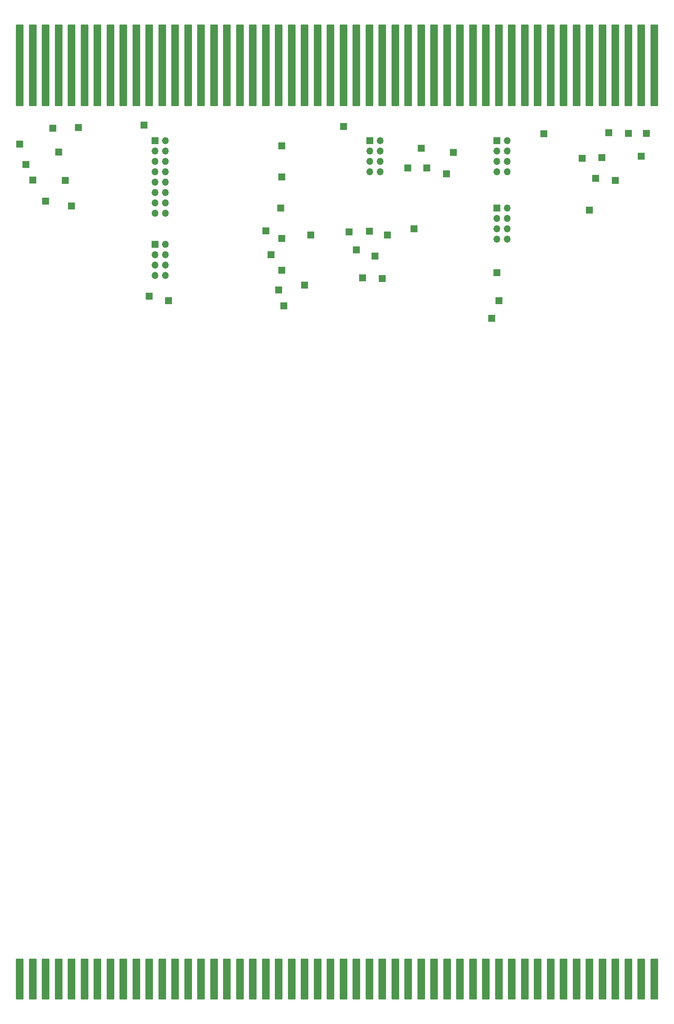
<source format=gbr>
%TF.GenerationSoftware,KiCad,Pcbnew,(6.0.9-0)*%
%TF.CreationDate,2023-01-29T21:50:32+01:00*%
%TF.ProjectId,Intellec8ExtenderBoard,496e7465-6c6c-4656-9338-457874656e64,rev?*%
%TF.SameCoordinates,Original*%
%TF.FileFunction,Soldermask,Top*%
%TF.FilePolarity,Negative*%
%FSLAX46Y46*%
G04 Gerber Fmt 4.6, Leading zero omitted, Abs format (unit mm)*
G04 Created by KiCad (PCBNEW (6.0.9-0)) date 2023-01-29 21:50:32*
%MOMM*%
%LPD*%
G01*
G04 APERTURE LIST*
G04 Aperture macros list*
%AMRoundRect*
0 Rectangle with rounded corners*
0 $1 Rounding radius*
0 $2 $3 $4 $5 $6 $7 $8 $9 X,Y pos of 4 corners*
0 Add a 4 corners polygon primitive as box body*
4,1,4,$2,$3,$4,$5,$6,$7,$8,$9,$2,$3,0*
0 Add four circle primitives for the rounded corners*
1,1,$1+$1,$2,$3*
1,1,$1+$1,$4,$5*
1,1,$1+$1,$6,$7*
1,1,$1+$1,$8,$9*
0 Add four rect primitives between the rounded corners*
20,1,$1+$1,$2,$3,$4,$5,0*
20,1,$1+$1,$4,$5,$6,$7,0*
20,1,$1+$1,$6,$7,$8,$9,0*
20,1,$1+$1,$8,$9,$2,$3,0*%
G04 Aperture macros list end*
%ADD10RoundRect,0.072000X0.828000X-4.928000X0.828000X4.928000X-0.828000X4.928000X-0.828000X-4.928000X0*%
%ADD11R,1.700000X1.700000*%
%ADD12O,1.700000X1.700000*%
%ADD13RoundRect,0.072000X0.828000X-9.928000X0.828000X9.928000X-0.828000X9.928000X-0.828000X-9.928000X0*%
G04 APERTURE END LIST*
D10*
%TO.C,J1*%
X105900000Y-331825000D03*
X109075000Y-331825000D03*
X112250000Y-331825000D03*
X115425000Y-331825000D03*
X118600000Y-331825000D03*
X121775000Y-331825000D03*
X124950000Y-331825000D03*
X128125000Y-331825000D03*
X131300000Y-331825000D03*
X134475000Y-331825000D03*
X137650000Y-331825000D03*
X140825000Y-331825000D03*
X144000000Y-331825000D03*
X147175000Y-331825000D03*
X150350000Y-331825000D03*
X153525000Y-331825000D03*
X156700000Y-331825000D03*
X159875000Y-331825000D03*
X163050000Y-331825000D03*
X166225000Y-331825000D03*
X169400000Y-331825000D03*
X172575000Y-331825000D03*
X175750000Y-331825000D03*
X178925000Y-331825000D03*
X182100000Y-331825000D03*
X185275000Y-331825000D03*
X188450000Y-331825000D03*
X191625000Y-331825000D03*
X194800000Y-331825000D03*
X197975000Y-331825000D03*
X201150000Y-331825000D03*
X204325000Y-331825000D03*
X207500000Y-331825000D03*
X210675000Y-331825000D03*
X213850000Y-331825000D03*
X217025000Y-331825000D03*
X220200000Y-331825000D03*
X223375000Y-331825000D03*
X226550000Y-331825000D03*
X229725000Y-331825000D03*
X232900000Y-331825000D03*
X236075000Y-331825000D03*
X239250000Y-331825000D03*
X242425000Y-331825000D03*
X245600000Y-331825000D03*
X248775000Y-331825000D03*
X251950000Y-331825000D03*
X255125000Y-331825000D03*
X258300000Y-331825000D03*
X261475000Y-331825000D03*
%TD*%
D11*
%TO.C,J57*%
X107442000Y-132207000D03*
%TD*%
%TO.C,J56*%
X202565000Y-147955000D03*
%TD*%
%TO.C,J55*%
X170688000Y-166878000D03*
%TD*%
%TO.C,J54*%
X112268000Y-141224000D03*
%TD*%
%TO.C,J53*%
X258318000Y-130175000D03*
%TD*%
%TO.C,J52*%
X193040000Y-154686000D03*
%TD*%
%TO.C,J51*%
X118618000Y-142367000D03*
%TD*%
%TO.C,J50*%
X221615000Y-169926000D03*
%TD*%
%TO.C,J49*%
X245618000Y-143383000D03*
%TD*%
%TO.C,J48*%
X185293000Y-122936000D03*
%TD*%
%TO.C,J47*%
X251968000Y-136144000D03*
%TD*%
%TO.C,J46*%
X259588000Y-124587000D03*
%TD*%
%TO.C,J45*%
X191643000Y-148590000D03*
%TD*%
%TO.C,J44*%
X177292000Y-149479000D03*
%TD*%
%TO.C,J43*%
X188468000Y-153162000D03*
%TD*%
%TO.C,J18*%
X255143000Y-124587000D03*
%TD*%
%TO.C,J17*%
X194818000Y-160147000D03*
%TD*%
%TO.C,J16*%
X115443000Y-129159000D03*
%TD*%
%TO.C,J15*%
X189992000Y-160020000D03*
%TD*%
%TO.C,J11*%
X234442000Y-124714000D03*
%TD*%
%TO.C,J10*%
X137668000Y-164465000D03*
%TD*%
%TO.C,J42*%
X223393000Y-165608000D03*
%TD*%
%TO.C,J41*%
X210566000Y-134493000D03*
%TD*%
%TO.C,J40*%
X196088000Y-149479000D03*
%TD*%
%TO.C,J39*%
X212217000Y-129286000D03*
%TD*%
%TO.C,J38*%
X205740000Y-133096000D03*
%TD*%
%TO.C,J37*%
X114046000Y-123317000D03*
%TD*%
%TO.C,J13*%
X201041000Y-133096000D03*
%TD*%
%TO.C,J8*%
X136398000Y-122555000D03*
%TD*%
%TO.C,J29*%
X247142000Y-135636000D03*
%TD*%
%TO.C,J25*%
X109093000Y-136017000D03*
%TD*%
%TO.C,J12*%
X169926000Y-142875000D03*
%TD*%
%TO.C,J7*%
X222885000Y-142875000D03*
D12*
X225425000Y-142875000D03*
X222885000Y-145415000D03*
X225425000Y-145415000D03*
X222885000Y-147955000D03*
X225425000Y-147955000D03*
X222885000Y-150495000D03*
X225425000Y-150495000D03*
%TD*%
D11*
%TO.C,J27*%
X167513000Y-154305000D03*
%TD*%
%TO.C,J23*%
X170180000Y-158115000D03*
%TD*%
%TO.C,J32*%
X243840000Y-130683000D03*
%TD*%
%TO.C,J36*%
X117094000Y-136144000D03*
%TD*%
%TO.C,J31*%
X105918000Y-127254000D03*
%TD*%
%TO.C,J20*%
X170180000Y-127635000D03*
%TD*%
%TO.C,J4*%
X139060000Y-151765000D03*
D12*
X141600000Y-151765000D03*
X139060000Y-154305000D03*
X141600000Y-154305000D03*
X139060000Y-156845000D03*
X141600000Y-156845000D03*
X139060000Y-159385000D03*
X141600000Y-159385000D03*
%TD*%
D11*
%TO.C,J33*%
X166243000Y-148463000D03*
%TD*%
%TO.C,J30*%
X250317000Y-124460000D03*
%TD*%
%TO.C,J5*%
X191770000Y-126365000D03*
D12*
X194310000Y-126365000D03*
X191770000Y-128905000D03*
X194310000Y-128905000D03*
X191770000Y-131445000D03*
X194310000Y-131445000D03*
X191770000Y-133985000D03*
X194310000Y-133985000D03*
%TD*%
D11*
%TO.C,J26*%
X204343000Y-128270000D03*
%TD*%
%TO.C,J19*%
X170180000Y-150368000D03*
%TD*%
%TO.C,J21*%
X170180000Y-135255000D03*
%TD*%
D13*
%TO.C,J2*%
X105900000Y-107905000D03*
X109075000Y-107905000D03*
X112250000Y-107905000D03*
X115425000Y-107905000D03*
X118600000Y-107905000D03*
X121775000Y-107905000D03*
X124950000Y-107905000D03*
X128125000Y-107905000D03*
X131300000Y-107905000D03*
X134475000Y-107905000D03*
X137650000Y-107905000D03*
X140825000Y-107905000D03*
X144000000Y-107905000D03*
X147175000Y-107905000D03*
X150350000Y-107905000D03*
X153525000Y-107905000D03*
X156700000Y-107905000D03*
X159875000Y-107905000D03*
X163050000Y-107905000D03*
X166225000Y-107905000D03*
X169400000Y-107905000D03*
X172575000Y-107905000D03*
X175750000Y-107905000D03*
X178925000Y-107905000D03*
X182100000Y-107905000D03*
X185275000Y-107905000D03*
X188450000Y-107905000D03*
X191625000Y-107905000D03*
X194800000Y-107905000D03*
X197975000Y-107905000D03*
X201150000Y-107905000D03*
X204325000Y-107905000D03*
X207500000Y-107905000D03*
X210675000Y-107905000D03*
X213850000Y-107905000D03*
X217025000Y-107905000D03*
X220200000Y-107905000D03*
X223375000Y-107905000D03*
X226550000Y-107905000D03*
X229725000Y-107905000D03*
X232900000Y-107905000D03*
X236075000Y-107905000D03*
X239250000Y-107905000D03*
X242425000Y-107905000D03*
X245600000Y-107905000D03*
X248775000Y-107905000D03*
X251950000Y-107905000D03*
X255125000Y-107905000D03*
X258300000Y-107905000D03*
X261475000Y-107905000D03*
%TD*%
D11*
%TO.C,J6*%
X222880000Y-126375000D03*
D12*
X225420000Y-126375000D03*
X222880000Y-128915000D03*
X225420000Y-128915000D03*
X222880000Y-131455000D03*
X225420000Y-131455000D03*
X222880000Y-133995000D03*
X225420000Y-133995000D03*
%TD*%
D11*
%TO.C,J34*%
X175768000Y-161798000D03*
%TD*%
%TO.C,J9*%
X120269000Y-123190000D03*
%TD*%
%TO.C,J14*%
X186690000Y-148717000D03*
%TD*%
%TO.C,J22*%
X142367000Y-165608000D03*
%TD*%
%TO.C,J24*%
X222885000Y-158750000D03*
%TD*%
%TO.C,J35*%
X248666000Y-130556000D03*
%TD*%
%TO.C,J28*%
X169418000Y-162941000D03*
%TD*%
%TO.C,J3*%
X139065000Y-126365000D03*
D12*
X141605000Y-126365000D03*
X139065000Y-128905000D03*
X141605000Y-128905000D03*
X139065000Y-131445000D03*
X141605000Y-131445000D03*
X139065000Y-133985000D03*
X141605000Y-133985000D03*
X139065000Y-136525000D03*
X141605000Y-136525000D03*
X139065000Y-139065000D03*
X141605000Y-139065000D03*
X139065000Y-141605000D03*
X141605000Y-141605000D03*
X139065000Y-144145000D03*
X141605000Y-144145000D03*
%TD*%
M02*

</source>
